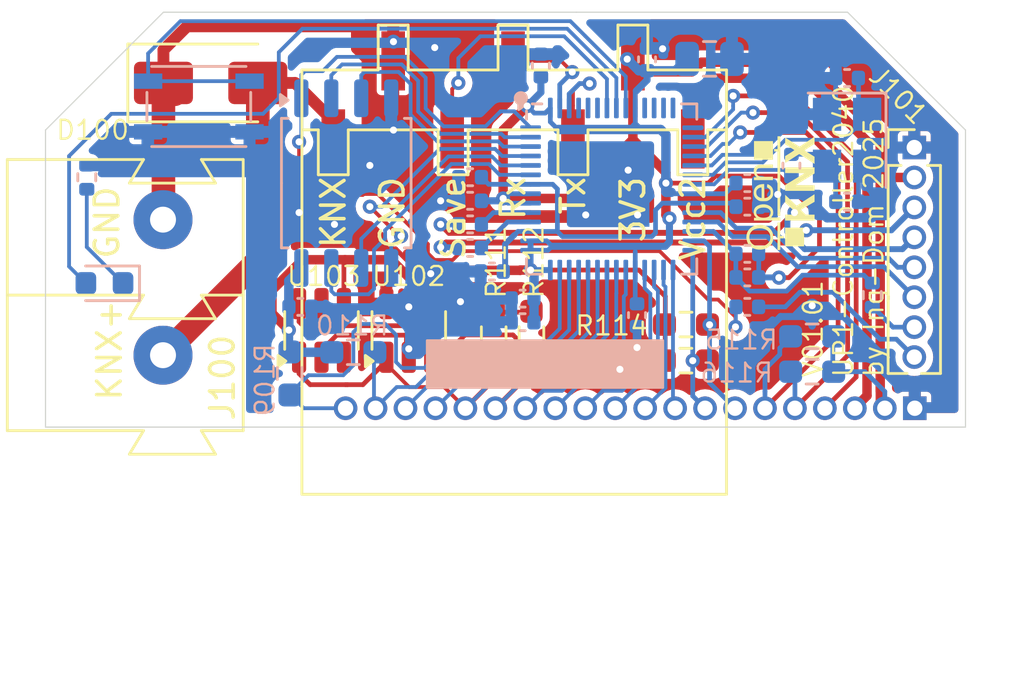
<source format=kicad_pcb>
(kicad_pcb (version 20240108) (generator "pcbnew") (generator_version "8.0")
  (title_block (date "2025-01-27") (rev "V01.01"))
  (layers (0 "F.Cu" signal) (31 "B.Cu" signal) (34 "B.Paste" user) (35 "F.Paste" user) (36 "B.SilkS" user "B.Silkscreen") (37 "F.SilkS" user "F.Silkscreen") (38 "B.Mask" user) (39 "F.Mask" user) (44 "Edge.Cuts" user))
  (net 0 "")
  (net 1 "GND")
  (net 2 "+3.3V")
  (net 3 "KNX+")
  (net 4 "D+")
  (net 5 "D-")
  (net 6 "SWCLK")
  (net 7 "SWDIO")
  (net 8 "/Controller/XIN")
  (net 9 "RUN")
  (net 10 "+1V1")
  (net 11 "/Controller/QSPI_SS")
  (net 12 "BOOTSEL")
  (net 13 "/Controller/XOUT")
  (net 14 "/Controller/QSPI_SD3")
  (net 15 "/Controller/QSPI_SCLK")
  (net 16 "/Controller/QSPI_SD0")
  (net 17 "/Controller/QSPI_SD2")
  (net 18 "/Controller/QSPI_SD1")
  (net 19 "/Controller/GPIO11")
  (net 20 "/Controller/GPIO10")
  (net 21 "/Controller/GPIO9")
  (net 22 "/Controller/GPIO8")
  (net 23 "/Controller/GPIO4")
  (net 24 "/Controller/GPIO3")
  (net 25 "/Controller/GPIO2")
  (net 26 "KNX_Tx")
  (net 27 "KNX_Rx")
  (net 28 "KNX_SAVE")
  (net 29 "PROGLED")
  (net 30 "PROGBTN")
  (net 31 "GPIO20")
  (net 32 "GPIO19")
  (net 33 "GPIO18")
  (net 34 "GPIO25")
  (net 35 "GPIO24")
  (net 36 "GPIO23")
  (net 37 "GPIO22")
  (net 38 "GPIO21")
  (net 39 "GPIO17")
  (net 40 "GPIO16")
  (net 41 "GPIO15")
  (net 42 "GPIO29")
  (net 43 "GPIO28")
  (net 44 "GPIO27")
  (net 45 "GPIO26")
  (net 46 "GPIO14")
  (net 47 "GPIO13")
  (net 48 "GPIO12")
  (net 49 "Net-(C101-Pad1)")
  (net 50 "Net-(U100-RUN)")
  (net 51 "Net-(D101-K)")
  (net 52 "Net-(U100-USB_DP)")
  (net 53 "VCC2")
  (net 54 "Net-(U100-USB_DM)")
  (footprint "OpenKNX:KNX_Connector" (layer "F.Cu") (at 95.38138 113)
    (property "Reference" "J100")
    (property "Value" "KNX_Conn")
  )
  (footprint "Connector_PinHeader_1.27mm:PinHeader_1x08_P1.27mm_Vertical" (layer "F.Cu") (at 126.83 106.74)
    (property "Reference" "J101")
    (property "Value" "Conn_01x08")
  )
  (footprint "OpenKNX:OpenKNX_UP1-PCBConnector_1x20_Controller" (layer "F.Cu") (at 126.85 117.8 -90)
    (property "Reference" "J102")
    (property "Value" "OpenKNX UP1 Connector")
  )
  (footprint "Diode_SMD:D_SMA" (layer "F.Cu") (at 97 104)
    (property "Reference" "D100")
    (property "Value" "SMAJ40CA")
  )
  (footprint "OpenKNX:NanoBCU_PinHeader_SMD_low_profile" (layer "F.Cu") (at 102.2 104.72 90)
    (property "Reference" "GN100")
    (property "Value" "OpenKNX NanoBCU")
  )
  (footprint "Resistor_SMD:R_0603_1608Metric_Pad0.98x0.95mm_HandSolder" (layer "F.Cu") (at 117.145 115.78 180)
    (property "Reference" "R113")
    (property "Value" "R")
  )
  (footprint "Resistor_SMD:R_0603_1608Metric_Pad0.98x0.95mm_HandSolder" (layer "F.Cu") (at 117.15 114.25 180)
    (property "Reference" "R114")
    (property "Value" "R")
  )
  (footprint "Package_TO_SOT_SMD:SOT-23-6" (layer "F.Cu") (at 101.7 114.5 90)
    (property "Reference" "U103")
    (property "Value" "TMP100")
  )
  (footprint "Package_TO_SOT_SMD:SOT-23-5" (layer "F.Cu") (at 105.4 114.5 90)
    (property "Reference" "U102")
    (property "Value" "AT24CS08-STUM")
  )
  (footprint "Resistor_SMD:R_0603_1608Metric_Pad0.98x0.95mm_HandSolder" (layer "F.Cu") (at 109 114.6 90)
    (property "Reference" "R111")
    (property "Value" "R")
  )
  (footprint "Resistor_SMD:R_0603_1608Metric_Pad0.98x0.95mm_HandSolder" (layer "F.Cu") (at 110.6 114.6 90)
    (property "Reference" "R112")
    (property "Value" "R")
  )
  (footprint "OpenKNX:OpenKNX_Logo_6x6" (layer "F.Cu") (at 121.15 108.675 90)
    (property "Reference" "G***")
    (property "Value" "LOGO" (hide yes))
  )
  (footprint "Resistor_SMD:R_0603_1608Metric_Pad0.98x0.95mm_HandSolder" (layer "B.Cu") (at 122.5 116.25)
    (property "Reference" "R116")
    (property "Value" "R")
  )
  (footprint "Capacitor_SMD:C_0402_1005Metric" (layer "B.Cu") (at 100.8 113.5)
    (property "Reference" "C103")
    (property "Value" "100n")
  )
  (footprint "Capacitor_SMD:C_0402_1005Metric" (layer "B.Cu") (at 123.98 103.79 180)
    (property "Reference" "C102")
    (property "Value" "33p")
  )
  (footprint "Capacitor_SMD:C_0402_1005Metric" (layer "B.Cu") (at 123.98 109.04)
    (property "Reference" "C101")
    (property "Value" "33p")
  )
  (footprint "Capacitor_SMD:C_0402_1005Metric" (layer "B.Cu") (at 119.75 111.25 180)
    (property "Reference" "C105")
    (property "Value" "220pF")
  )
  (footprint "Capacitor_SMD:C_0805_2012Metric" (layer "B.Cu") (at 118.15 102.98)
    (property "Reference" "C109")
    (property "Value" "10u")
  )
  (footprint "Capacitor_SMD:C_0402_1005Metric" (layer "B.Cu") (at 108 108 180)
    (property "Reference" "C132")
    (property "Value" "100n")
  )
  (footprint "Capacitor_SMD:C_0402_1005Metric" (layer "B.Cu") (at 108 109 180)
    (property "Reference" "C110")
    (property "Value" "100n")
  )
  (footprint "Capacitor_SMD:C_0402_1005Metric" (layer "B.Cu") (at 115.075 113.85 -90)
    (property "Reference" "C112")
    (property "Value" "100n")
  )
  (footprint "Capacitor_SMD:C_0402_1005Metric" (layer "B.Cu") (at 119.75 108.25)
    (property "Reference" "C113")
    (property "Value" "100n")
  )
  (footprint "Capacitor_SMD:C_0402_1005Metric" (layer "B.Cu") (at 115.5 103 90)
    (property "Reference" "C114")
    (property "Value" "100n")
  )
  (footprint "Capacitor_SMD:C_0402_1005Metric" (layer "B.Cu") (at 111 103.26 90)
    (property "Reference" "C115")
    (property "Value" "100n")
  )
  (footprint "Resistor_SMD:R_0402_1005Metric" (layer "B.Cu") (at 91.75 108 90)
    (property "Reference" "R101")
    (property "Value" "1k")
  )
  (footprint "Capacitor_SMD:C_0402_1005Metric" (layer "B.Cu") (at 119.75 113.5)
    (property "Reference" "R103")
    (property "Value" "1k")
  )
  (footprint "Capacitor_SMD:C_0402_1005Metric" (layer "B.Cu") (at 121.62 107.51 90)
    (property "Reference" "R102")
    (property "Value" "1k")
  )
  (footprint "Capacitor_SMD:C_0402_1005Metric" (layer "B.Cu") (at 108 110)
    (property "Reference" "R107")
    (property "Value" "22")
  )
  (footprint "Capacitor_SMD:C_0402_1005Metric" (layer "B.Cu") (at 108 111)
    (property "Reference" "R108")
    (property "Value" "22")
  )
  (footprint "Capacitor_SMD:C_0402_1005Metric" (layer "B.Cu") (at 119.75 112.25)
    (property "Reference" "R105")
    (property "Value" "2k2")
  )
  (footprint "Package_DFN_QFN:QFN-56-1EP_7x7mm_P0.4mm_EP3.2x3.2mm" (layer "B.Cu") (at 114 108.5 -90)
    (property "Reference" "U100")
    (property "Value" "RP2040")
  )
  (footprint "Resistor_SMD:R_0603_1608Metric_Pad0.98x0.95mm_HandSolder" (layer "B.Cu") (at 122.5 114.75)
    (property "Reference" "R115")
    (property "Value" "R")
  )
  (footprint "Capacitor_SMD:C_0402_1005Metric" (layer "B.Cu") (at 119.75 109.25)
    (property "Reference" "C131")
    (property "Value" "100n")
  )
  (footprint "EasyEDAModLib:C455282_SW-SMD_4P-L4.2-W3.3-P2.15-LS5.1" (layer "B.Cu") (at 96.5 105)
    (property "Reference" "SW100")
    (property "Value" "Prog")
  )
  (footprint "Package_SO:SOIC-8_5.275x5.275mm_P1.27mm" (layer "B.Cu") (at 102.75 108.25 -90)
    (property "Reference" "U101")
    (property "Value" "W25Q128JVS")
  )
  (footprint "Crystal:Crystal_SMD_3225-4Pin_3.2x2.5mm" (layer "B.Cu") (at 123.98 106.43 -90)
    (property "Reference" "Y100")
    (property "Value" "12MHz")
  )
  (footprint "Capacitor_SMD:C_0402_1005Metric" (layer "B.Cu") (at 108.925 112 180)
    (property "Reference" "C130")
    (property "Value" "1u")
  )
  (footprint "LED_SMD:LED_0603_1608Metric" (layer "B.Cu") (at 92.5 112.5 180)
    (property "Reference" "D101")
    (property "Value" "LED")
  )
  (footprint "Capacitor_SMD:C_0402_1005Metric" (layer "B.Cu") (at 110.225 113.15 180)
    (property "Reference" "C120")
    (property "Value" "1u")
  )
  (footprint "Capacitor_SMD:C_0402_1005Metric" (layer "B.Cu") (at 110.225 114.15 180)
    (property "Reference" "C111")
    (property "Value" "100n")
  )
  (footprint "Resistor_SMD:R_0402_1005Metric" (layer "B.Cu") (at 125.05 113 -90)
    (property "Reference" "R106")
    (property "Value" "220")
  )
  (footprint "Resistor_SMD:R_0603_1608Metric_Pad0.98x0.95mm_HandSolder" (layer "B.Cu") (at 103.05 115.425 180)
    (property "Reference" "R110")
    (property "Value" "R")
  )
  (footprint "Resistor_SMD:R_0603_1608Metric_Pad0.98x0.95mm_HandSolder" (layer "B.Cu") (at 100.35 116.325 90)
    (property "Reference" "R109")
    (property "Value" "R")
  )
  (gr_circle (center 110.15 104.65) (end 110.3 104.65) (stroke (width 0.3)) (fill none) (layer "B.SilkS"))
  (gr_rect (start 106.175 114.925) (end 116.175 116.925) (stroke (width 0.1)) (fill solid) (layer "B.SilkS"))
  (gr_line (start 90 118.6) (end 90 106) (stroke (width 0.05)) (layer "Edge.Cuts"))
  (gr_line (start 112.5 101) (end 124 101) (stroke (width 0.05)) (layer "Edge.Cuts"))
  (gr_line (start 129 118.6) (end 90 118.6) (stroke (width 0.05)) (layer "Edge.Cuts"))
  (gr_line (start 95 101) (end 112.5 101) (stroke (width 0.05)) (layer "Edge.Cuts"))
  (gr_line (start 95 101) (end 90 106) (stroke (width 0.05)) (layer "Edge.Cuts"))
  (gr_line (start 129 106) (end 129 118.6) (stroke (width 0.05)) (layer "Edge.Cuts"))
  (gr_line (start 124 101) (end 129 106) (stroke (width 0.05)) (layer "Edge.Cuts"))
  (gr_text "V01.01\nUP1-Controller2040\nby Ing-Dom 2025" (at 123.825 116.55 90) (layer "F.SilkS") (effects (font (size 0.8 0.8) (thickness 0.1)) (justify left)))
  (segment (start 104.845542 111.03999) (end 105.102776 111.297224) (width 0.2) (layer "F.Cu") (net 1))
  (segment (start 102.345172 114.7) (end 105.3 114.7) (width 0.2) (layer "F.Cu") (net 1))
  (segment (start 105.955736 112.03) (end 106.38 112.03) (width 0.2) (layer "F.Cu") (net 1))
  (segment (start 95.48138 104.48138) (end 95 104) (width 1) (layer "F.Cu") (net 1))
  (segment (start 105.4 115.6) (end 105.4 115.28) (width 0.2) (layer "F.Cu") (net 1))
  (segment (start 105.3 114.7) (end 105.3 115.18) (width 0.2) (layer "F.Cu") (net 1))
  (segment (start 103.2 101.6) (end 103.2 102.525) (width 0.5) (layer "F.Cu") (net 1))
  (segment (start 95 104) (end 95 109.78138) (width 1) (layer "F.Cu") (net 1))
  (segment (start 105.835552 112.03) (end 105.955736 112.03) (width 0.2) (layer "F.Cu") (net 1))
  (segment (start 106.33 112.09) (end 106.030001 111.790001) (width 0.2) (layer "F.Cu") (net 1))
  (segment (start 102.25 110) (end 103.28999 111.03999) (width 0.2) (layer "F.Cu") (net 1))
  (segment (start 105.102776 111.297224) (end 105.835552 112.03) (width 0.2) (layer "F.Cu") (net 1))
  (segment (start 95 104) (end 95 102.6) (width 0.5) (layer "F.Cu") (net 1))
  (segment (start 96 101.6) (end 103.2 101.6) (width 0.5) (layer "F.Cu") (net 1))
  (segment (start 95 102.6) (end 96 101.6) (width 0.5) (layer "F.Cu") (net 1))
  (segment (start 103.2 102.525) (end 103.74 103.065) (width 0.5) (layer "F.Cu") (net 1))
  (segment (start 103.74 103.065) (end 104.74 103.065) (width 0.5) (layer "F.Cu") (net 1))
  (segment (start 95 109.78138) (end 94.98138 109.8) (width 1) (layer "F.Cu") (net 1))
  (segment (start 106.030001 111.790001) (end 105.595553 111.790001) (width 0.2) (layer "F.Cu") (net 1))
  (segment (start 103.28999 111.03999) (end 104.845542 111.03999) (width 0.2) (layer "F.Cu") (net 1))
  (segment (start 105.3 115.18) (end 105.4 115.28) (width 0.2) (layer "F.Cu") (net 1))
  (segment (start 105.595553 111.790001) (end 105.102776 111.297224) (width 0.2) (layer "F.Cu") (net 1))
  (segment (start 101.7 115.345172) (end 102.345172 114.7) (width 0.2) (layer "F.Cu") (net 1))
  (segment (start 101.7 115.6375) (end 101.7 115.345172) (width 0.2) (layer "F.Cu") (net 1))
  (via (at 106.5 102.5) (size 0.6) (drill 0.3) (layers "F.Cu" "B.Cu") (net 1))
  (via (at 105.4 113.5) (size 0.6) (drill 0.3) (layers "F.Cu" "B.Cu") (net 1))
  (via (at 104.75 102.25) (size 0.6) (drill 0.3) (layers "F.Cu" "B.Cu") (net 1))
  (via (at 114.35 116.15) (size 0.6) (drill 0.3) (layers "F.Cu" "B.Cu") (net 1))
  (via (at 115.1 109.6) (size 0.5) (drill 0.3) (layers "F.Cu" "B.Cu") (net 1))
  (via (at 106.33 112.09) (size 0.6) (drill 0.3) (layers "F.Cu" "B.Cu") (net 1))
  (via (at 104.75 106) (size 0.6) (drill 0.3) (layers "F.Cu" "B.Cu") (net 1))
  (via (at 112.9 109.6) (size 0.5) (drill 0.3) (layers "F.Cu" "B.Cu") (net 1))
  (via (at 121.04 108.73) (size 0.6) (drill 0.3) (layers "F.Cu" "B.Cu") (net 1))
  (via (at 115.075 115.225) (size 0.6) (drill 0.3) (layers "F.Cu" "B.Cu") (net 1))
  (via (at 106.75 109) (size 0.6) (drill 0.3) (layers "F.Cu" "B.Cu") (net 1))
  (via (at 114.7 107.7) (size 0.5) (drill 0.3) (layers "F.Cu" "B.Cu") (net 1))
  (via (at 103.75 107.5) (size 0.6) (drill 0.3) (layers "F.Cu" "B.Cu") (net 1))
  (via (at 102.25 110) (size 0.6) (drill 0.3) (layers "F.Cu" "B.Cu") (net 1))
  (via (at 105.4 115.28) (size 0.6) (drill 0.3) (layers "F.Cu" "B.Cu") (net 1))
  (via (at 122.5 113.45) (size 0.6) (drill 0.3) (layers "F.Cu" "B.Cu") (net 1))
  (via (at 116.16 102.55) (size 0.6) (drill 0.3) (layers "F.Cu" "B.Cu") (net 1))
  (via (at 107.59 113.28) (size 0.6) (drill 0.3) (layers "F.Cu" "B.Cu") (net 1))
  (via (at 100.75 109.5) (size 0.6) (drill 0.3) (layers "F.Cu" "B.Cu") (net 1))
  (segment (start 117.4375 107.5) (end 118.241854 107.5) (width 0.16) (layer "B.Cu") (net 1))
  (segment (start 91.75 107.515) (end 93.395 107.515) (width 0.16) (layer "B.Cu") (net 1))
  (segment (start 124.83 107.53) (end 125.81 107.53) (width 0.4) (layer "B.Cu") (net 1))
  (segment (start 123.495 103.79) (end 123.495 104.965) (width 0.2) (layer "B.Cu") (net 1))
  (segment (start 120.56 108.25) (end 121.04 108.73) (width 0.25) (layer "B.Cu") (net 1))
  (segment (start 93.395 107.515) (end 94.15 106.76) (width 0.16) (layer "B.Cu") (net 1))
  (segment (start 125.04 102.98) (end 119.1 102.98) (width 0.4) (layer "B.Cu") (net 1))
  (segment (start 123.495 103.79) (end 122.36 103.79) (width 0.2) (layer "B.Cu") (net 1))
  (segment (start 122.14727 108.73) (end 123.13728 109.72001) (width 0.4) (layer "B.Cu") (net 1))
  (segment (start 119.0875 101.6725) (end 118.975 101.56) (width 0.4) (layer "B.Cu") (net 1))
  (segment (start 125.91 106.74) (end 126.83 106.74) (width 0.4) (layer "B.Cu") (net 1))
  (segment (start 126.85 116.925702) (end 126.85 117) (width 0.3) (layer "B.Cu") (net 1))
  (segment (start 94.15 106.075) (end 95.11 106.075) (width 0.16) (layer "B.Cu") (net 1))
  (segment (start 120.235 109.25) (end 120.52 109.25) (width 0.25) (layer "B.Cu") (net 1))
  (segment (start 118.241854 107.5) (end 118.691884 107.04997) (width 0.16) (layer "B.Cu") (net 1))
  (segment (start 119.799999 115.700001) (end 119.799999 115.275703) (width 0.3) (layer "B.Cu") (net 1))
  (segment (start 124.465 109.04) (end 124.86 109.04) (width 0.4) (layer "B.Cu") (net 1))
  (segment (start 126.83 104.77) (end 125.83 103.77) (width 0.4) (layer "B.Cu") (net 1))
  (segment (start 115.5 101.57) (end 115.5 102.515) (width 0.4) (layer "B.Cu") (net 1))
  (segment (start 122.16 105.33) (end 123.13 105.33) (width 0.2) (layer "B.Cu") (net 1))
  (segment (start 125.83 103.77) (end 125.46 103.4) (width 0.4) (layer "B.Cu") (net 1))
  (segment (start 124.465 109.04) (end 124.465 107.895) (width 0.2) (layer "B.Cu") (net 1))
  (segment (start 124.465 107.895) (end 124.83 107.53) (width 0.2) (layer "B.Cu") (net 1))
  (segment (start 123.834308 113.91001) (end 126.85 116.925702) (width 0.3) (layer "B.Cu") (net 1))
  (segment (start 119.5 116) (end 119.799999 115.700001) (width 0.3) (layer "B.Cu") (net 1))
  (segment (start 94.15 106.76) (end 94.15 106.075) (width 0.16) (layer "B.Cu") (net 1))
  (segment (start 95.11 106.075) (end 98.85 106.075) (width 0.16) (layer "B.Cu") (net 1))
  (segment (start 119.799999 115.275703) (end 121.165692 113.91001) (width 0.3) (layer "B.Cu") (net 1))
  (segment (start 122.14001 106.08999) (end 122.16 106.07) (width 0.16) (layer "B.Cu") (net 1))
  (segment (start 125.02999 109.72001) (end 125.65 109.1) (width 0.4) (layer "B.Cu") (net 1))
  (segment (start 118.691884 107.04997) (end 120.274446 107.04997) (width 0.16) (layer "B.Cu") (net 1))
  (segment (start 125.81 107.53) (end 125.81 106.84) (width 0.4) (layer "B.Cu") (net 1))
  (segment (start 106.75 109) (end 107.515 109) (width 0.4) (layer "B.Cu") (net 1))
  (segment (start 123.495 104.965) (end 123.13 105.33) (width 0.2) (layer "B.Cu") (net 1))
  (segment (start 120.274446 107.04997) (end 121.234426 106.08999) (width 0.16) (layer "B.Cu") (net 1))
  (segment (start 125.81 106.84) (end 125.91 106.74) (width 0.4) (layer "B.Cu") (net 1))
  (segment (start 107.515 109) (end 107.515 108) (width 0.4) (layer "B.Cu") (net 1))
  (segment (start 125.83 103.77) (end 125.04 102.98) (width 0.4) (layer "B.Cu") (net 1))
  (segment (start 123.13728 109.72001) (end 125.02999 109.72001) (width 0.4) (layer "B.Cu") (net 1))
  (segment (start 122.36 103.79) (end 122.2 103.95) (width 0.2) (layer "B.Cu") (net 1))
  (segment (start 120.235 109.25) (end 120.235 108.25) (width 0.2) (layer "B.Cu") (net 1))
  (segment (start 124.92 109.1) (end 125.65 109.1) (width 0.4) (layer "B.Cu") (net 1))
  (segment (start 122.16 106.07) (end 122.16 105.33) (width 0.16) (layer "B.Cu") (net 1))
  (segment (start 120.52 109.25) (end 121.04 108.73) (width 0.25) (layer "B.Cu") (net 1))
  (segment (start 121.165692 113.91001) (end 123.834308 113.91001) (width 0.3) (layer "B.Cu") (net 1))
  (segment (start 126.83 106.74) (end 126.83 104.77) (width 0.4) (layer "B.Cu") (net 1))
  (segment (start 115.51 101.56) (end 115.5 101.57) (width 0.4) (layer "B.Cu") (net 1))
  (segment (start 126.85 117) (end 126.85 117.8) (width 0.3) (layer "B.Cu") (net 1))
  (segment (start 124.86 109.04) (end 124.92 109.1) (width 0.4) (layer "B.Cu") (net 1))
  (segment (start 120.235 108.25) (end 120.56 108.25) (width 0.25) (layer "B.Cu") (net 1))
  (segment (start 121.234426 106.08999) (end 122.14001 106.08999) (width 0.16) (layer "B.Cu") (net 1))
  (segment (start 121.04 108.73) (end 122.14727 108.73) (width 0.4) (layer "B.Cu") (net 1))
  (segment (start 118.975 101.56) (end 115.51 101.56) (width 0.4) (layer "B.Cu") (net 1))
  (segment (start 119.0875 102.98) (end 119.0875 101.6725) (width 0.4) (layer "B.Cu") (net 1))
  (segment (start 115.075 114.335) (end 115.075 115.225) (width 0.3) (layer "B.Cu") (net 1))
  (segment (start 110.42 104.98) (end 110.42 104.98) (width 0.4) (layer "F.Cu") (net 2))
  (segment (start 116.3 108.25) (end 116.3 107.8) (width 0.4) (layer "F.Cu") (net 2))
  (segment (start 122.271973 103.12) (end 117.81 103.12) (width 0.4) (layer "F.Cu") (net 2))
  (segment (start 114.9 103.065) (end 114.9 106.4) (width 0.4) (layer "F.Cu") (net 2))
  (segment (start 106.35 113.4) (end 106.35 113.25) (width 0.4) (layer "F.Cu") (net 2))
  (segment (start 110.138236 111.9375) (end 110.125725 111.950011) (width 0.4) (layer "F.Cu") (net 2))
  (segment (start 104.655 111.5) (end 102.7 111.5) (width 0.4) (layer "F.Cu") (net 2))
  (segment (start 125.39 117.65) (end 125.55 117.81) (width 0.4) (layer "F.Cu") (net 2))
  (segment (start 102.7 111.5) (end 100.9 111.5) (width 0.4) (layer "F.Cu") (net 2))
  (segment (start 110.5625 111.9375) (end 115.1575 111.9375) (width 0.2) (layer "F.Cu") (net 2))
  (segment (start 102.65 111.55) (end 102.7 111.5) (width 0.2) (layer "F.Cu") (net 2))
  (segment (start 107.649989 111.950011) (end 108.149989 111.950011) (width 0.4) (layer "F.Cu") (net 2))
  (segment (start 118.100001 108.25) (end 116.3 108.25) (width 0.2) (layer "F.Cu") (net 2))
  (segment (start 106.969072 114.224072) (end 108.500928 114.224072) (width 0.3) (layer "F.Cu") (net 2))
  (segment (start 100.9 111.5) (end 99.6 112.8) (width 0.4) (layer "F.Cu") (net 2))
  (segment (start 125.385 106.233027) (end 122.271973 103.12) (width 0.4) (layer "F.Cu") (net 2))
  (segment (start 116.3 108.25) (end 116.3 109.6) (width 0.4) (layer "F.Cu") (net 2))
  (segment (start 118.4 107.950001) (end 118.100001 108.25) (width 0.2) (layer "F.Cu") (net 2))
  (segment (start 99.6 112.8) (end 99.6 113.77) (width 0.4) (layer "F.Cu") (net 2))
  (segment (start 117.81 103.12) (end 117.4 103.53) (width 0.4) (layer "F.Cu") (net 2))
  (segment (start 108.500928 114.224072) (end 109 113.725) (width 0.3) (layer "F.Cu") (net 2))
  (segment (start 106.35 113.25) (end 107.649989 111.950011) (width 0.4) (layer "F.Cu") (net 2))
  (segment (start 116.27 114.255) (end 116.275 114.25) (width 0.2) (layer "F.Cu") (net 2))
  (segment (start 125.49 108.01) (end 125.385 108.115) (width 0.4) (layer "F.Cu") (net 2))
  (segment (start 116.3 109.6) (end 116.45 109.75) (width 0.4) (layer "F.Cu") (net 2))
  (segment (start 106.35 113.605) (end 106.969072 114.224072) (width 0.3) (layer "F.Cu") (net 2))
  (segment (start 116.27 115.78) (end 116.27 114.255) (width 0.2) (layer "F.Cu") (net 2))
  (segment (start 110.125725 111.950011) (end 108.149989 111.950011) (width 0.4) (layer "F.Cu") (net 2))
  (segment (start 106.35 113.4) (end 106.35 113.195) (width 0.4) (layer "F.Cu") (net 2))
  (segment (start 102.65 113.4) (end 102.65 111.55) (width 0.2) (layer "F.Cu") (net 2))
  (segment (start 106.35 113.4) (end 106.35 113.605) (width 0.3) (layer "F.Cu") (net 2))
  (segment (start 109.4 106) (end 110.42 104.98) (width 0.4) (layer "F.Cu") (net 2))
  (segment (start 125.385 108.115) (end 125.385 106.233027) (width 0.4) (layer "F.Cu") (net 2))
  (segment (start 115.1575 111.9375) (end 116.275 113.055) (width 0.2) (layer "F.Cu") (net 2))
  (segment (start 125.385 108.115) (end 125.385 117.045) (width 0.4) (layer "F.Cu") (net 2))
  (segment (start 109 113.725) (end 110.6 113.725) (width 0.2) (layer "F.Cu") (net 2))
  (segment (start 122.810001 109.671199) (end 121.088803 107.950001) (width 0.2) (layer "F.Cu") (net 2))
  (segment (start 112.4 108.9) (end 109.4 108.9) (width 0.4) (layer "F.Cu") (net 2))
  (segment (start 110.5625 111.9375) (end 110.138236 111.9375) (width 0.4) (layer "F.Cu") (net 2))
  (segment (start 121.514264 112.26) (end 122.810001 110.964263) (width 0.2) (layer "F.Cu") (net 2))
  (segment (start 116.275 113.055) (end 116.275 114.25) (width 0.2) (layer "F.Cu") (net 2))
  (segment (start 121.088803 107.950001) (end 118.4 107.950001) (width 0.2) (layer "F.Cu") (net 2))
  (segment (start 126.83 108.01) (end 125.49 108.01) (width 0.4) (layer "F.Cu") (net 2))
  (segment (start 114.9 106.4) (end 112.4 108.9) (width 0.4) (layer "F.Cu") (net 2))
  (segment (start 122.810001 110.964263) (end 122.810001 109.671199) (width 0.2) (layer "F.Cu") (net 2))
  (segment (start 106.35 113.195) (end 104.655 111.5) (width 0.4) (layer "F.Cu") (net 2))
  (segment (start 99.6 113.77) (end 100.315 114.485) (width 0.4) (layer "F.Cu") (net 2))
  (segment (start 109.4 108.9) (end 109.4 106) (width 0.4) (layer "F.Cu") (net 2))
  (segment (start 125.39 117.05) (end 125.39 117.65) (width 0.4) (layer "F.Cu") (net 2))
  (segment (start 116.3 107.8) (end 114.9 106.4) (width 0.4) (layer "F.Cu") (net 2))
  (segment (start 115.2 103.53) (end 114.66 102.99) (width 0.4) (layer "F.Cu") (net 2))
  (segment (start 125.385 117.045) (end 125.39 117.05) (width 0.4) (layer "F.Cu") (net 2))
  (segment (start 121.09 112.26) (end 121.514264 112.26) (width 0.2) (layer "F.Cu") (net 2))
  (segment (start 117.4 103.53) (end 115.2 103.53) (width 0.4) (layer "F.Cu") (net 2))
  (via (at 100.315 114.485) (size 0.6) (drill 0.3) (layers "F.Cu" "B.Cu") (net 2))
  (via (at 116.45 109.75) (size 0.6) (drill 0.3) (layers "F.Cu" "B.Cu") (net 2))
  (via (at 114.66 102.99) (size 0.6) (drill 0.3) (layers "F.Cu" "B.Cu") (net 2))
  (via (at 116.3 108.25) (size 0.6) (drill 0.3) (layers "F.Cu" "B.Cu") (net 2))
  (via (at 110.42 104.98) (size 0.6) (drill 0.3) (layers "F.Cu" "B.Cu") (net 2))
  (via (at 110.5625 111.9375) (size 0.6) (drill 0.3) (layers "F.Cu" "B.Cu") (net 2))
  (via (at 121.09 112.26) (size 0.6) (drill 0.3) (layers "F.Cu" "B.Cu") (net 2))
  (via (at 109.4 108.9) (size 0.6) (drill 0.3) (layers "F.Cu" "B.Cu") (net 2))
  (segment (start 110.5625 111.9375) (end 111.2875 111.9375) (width 0.25) (layer "B.Cu") (net 2))
  (segment (start 120.235 112.25) (end 120.235 112.25) (width 0.2) (layer "B.Cu") (net 2))
  (segment (start 116.3 108.25) (end 116.3 108.25) (width 0.4) (layer "B.Cu") (net 2))
  (segment (start 116.3 108.25) (end 116.3 108.475) (width 0.4) (layer "B.Cu") (net 2))
  (segment (start 100.315 114.485) (end 100.3 114.5) (width 0.4) (layer "B.Cu") (net 2))
  (segment (start 111.3 111.1) (end 110.5625 111.1) (width 0.2) (layer "B.Cu") (net 2))
  (segment (start 110.42 104.98) (end 110.719999 105.279999) (width 0.2) (layer "B.Cu") (net 2))
  (segment (start 100.315 113.5) (end 100.315 114.485) (width 0.4) (layer "B.Cu") (net 2))
  (segment (start 124 116.25) (end 123.375 116.25) (width 0.2) (layer "B.Cu") (net 2))
  (segment (start 115.045 104.335) (end 115 104.38) (width 0.16) (layer "B.Cu") (net 2))
  (segment (start 115 105.0625) (end 115 104.38) (width 0.2) (layer "B.Cu") (net 2))
  (segment (start 100.315 114.485) (end 100.315 114.485) (width 0.4) (layer "B.Cu") (net 2))
  (segment (start 111.4 105.0625) (end 111.4 105.65) (width 0.2) (layer "B.Cu") (net 2))
  (segment (start 121.08 112.25) (end 121.09 112.26) (width 0.25) (layer "B.Cu") (net 2))
  (segment (start 117.4375 108.7) (end 118.815 108.7) (width 0.2) (layer "B.Cu") (net 2))
  (segment (start 100.3 115.4) (end 100.35 115.45) (width 0.4) (layer "B.Cu") (net 2))
  (segment (start 115.125 105.975) (end 111.725 105.975) (width 0.4) (layer "B.Cu") (net 2))
  (segment (start 115 111.15) (end 115 111.9375) (width 0.2) (layer "B.Cu") (net 2))
  (segment (start 115.5 103.88) (end 115.045 104.335) (width 0.3) (layer "B.Cu") (net 2))
  (segment (start 116.31499 108.63999) (end 116.525 108.63999) (width 0.4) (layer "B.Cu") (net 2))
  (segment (start 115.5 103.485) (end 115.5 103.88) (width 0.3) (layer "B.Cu") (net 2))
  (segment (start 111.47071 110.92929) (end 111.3 111.1) (width 0.2) (layer "B.Cu") (net 2))
  (segment (start 110.5625 110.8225) (end 110.5625 110.7) (width 0.16) (layer "B.Cu") (net 2))
  (segment (start 116.3 108.625) (end 116.31499 108.63999) (width 0.4) (layer "B.Cu") (net 2))
  (segment (start 116.525 108.7) (end 117.4375 108.7) (width 0.2) (layer "B.Cu") (net 2))
  (segment (start 115 111.9375) (end 115 113.29) (width 0.2) (layer "B.Cu") (net 2))
  (segment (start 109.6 108.7) (end 109.4 108.9) (width 0.2) (layer "B.Cu") (net 2))
  (segment (start 116.3 106.2) (end 116.3 108.25) (width 0.4) (layer "B.Cu") (net 2))
  (segment (start 100.3 114.5) (end 100.3 115.4) (width 0.4) (layer "B.Cu") (net 2))
  (segment (start 111 104.4) (end 110.42 104.98) (width 0.3) (layer "B.Cu") (net 2))
  (segment (start 110.71 114.15) (end 110.71 112.085) (width 0.4) (layer "B.Cu") (net 2))
  (segment (start 109.3 109) (end 109.4 108.9) (width 0.3) (layer "B.Cu") (net 2))
  (segment (start 118.815 108.7) (end 119.265 108.25) (width 0.2) (layer "B.Cu") (net 2))
  (segment (start 110.5625 108.7) (end 109.6 108.7) (width 0.2) (layer "B.Cu") (net 2))
  (segment (start 110.5625 110.7) (end 111.25 110.7) (width 0.2) (layer "B.Cu") (net 2))
  (segment (start 120.235 111.25) (end 120.235 112.25) (width 0.2) (layer "B.Cu") (net 2))
  (segment (start 110.5625 111.1) (end 110.5625 111.9375) (width 0.25) (layer "B.Cu") (net 2))
  (segment (start 116.075 105.975) (end 116.3 106.2) (width 0.4) (layer "B.Cu") (net 2))
  (segment (start 108.485 109) (end 109.3 109) (width 0.3) (layer "B.Cu") (net 2))
  (segment (start 115.5 103.485) (end 115.365 103.485) (width 0.2) (layer "B.Cu") (net 2))
  (segment (start 116.45 109.75) (end 116.45 110.75) (width 0.3) (layer "B.Cu") (net 2))
  (segment (start 115.125 105.975) (end 116.075 105.975) (width 0.4) (layer "B.Cu") (net 2))
  (segment (start 115 105.0625) (end 115 105.85) (width 0.2) (layer "B.Cu") (net 2))
  (segment (start 100.315 112.3925) (end 100.845 111.8625) (width 0.4) (layer "B.Cu") (net 2))
  (segment (start 115.155 103.485) (end 115.5 103.485) (width 0.4) (layer "B.Cu") (net 2))
  (segment (start 110.719999 105.279999) (end 111.182501 105.279999) (width 0.2) (layer "B.Cu") (net 2))
  (segment (start 111.2125 105.25) (end 111.4 105.0625) (width 0.2) (layer "B.Cu") (net 2))
  (segment (start 102.175 115.425) (end 100.375 115.425) (width 0.4) (layer "B.Cu") (net 2))
  (segment (start 116.3 108.475) (end 116.3 108.625) (width 0.4) (layer "B.Cu") (net 2))
  (segment (start 110.71 112.085) (end 110.5625 111.9375) (width 0.4) (layer "B.Cu") (net 2))
  (segment (start 116.27071 110.92929) (end 111.47929 110.92929) (width 0.3) (layer "B.Cu") (net 2))
  (segment (start 109.6 109.1) (end 109.4 108.9) (width 0.2) (layer "B.Cu") (net 2))
  (segment (start 111.4 105.65) (end 111.725 105.975) (width 0.2) (layer "B.Cu") (net 2))
  (segment (start 125.58 117.092894) (end 124.737106 116.25) (width 0.2) (layer "B.Cu") (net 2))
  (segment (start 110.5625 109.1) (end 109.6 109.1) (width 0.2) (layer "B.Cu") (net 2))
  (segment (start 111.25 110.7) (end 111.47929 110.92929) (width 0.2) (layer "B.Cu") (net 2))
  (segment (start 115.5 103.485) (end 116.7075 103.485) (width 0.4) (layer "B.Cu") (net 2))
  (segment (start 115 113.29) (end 115.075 113.365) (width 0.2) (layer "B.Cu") (net 2))
  (segment (start 116.45 110.75) (end 116.27071 110.92929) (width 0.3) (layer "B.Cu") (net 2))
  (segment (start 115 105.85) (end 115.125 105.975) (width 0.4) (layer "B.Cu") (net 2))
  (segment (start 110.5625 111.1) (end 110.5625 110.8225) (width 0.25) (layer "B.Cu") (net 2))
  (segment (start 111 104.4) (end 111 103.745) (width 0.3) (layer "B.Cu") (net 2))
  (segment (start 123.375 116.25) (end 123.375 114.75) (width 0.2) (layer "B.Cu") (net 2))
  (segment (start 100.315 113.5) (end 100.315 112.3925) (width 0.4) (layer "B.Cu") (net 2))
  (segment (start 110.5625 111.9375) (end 110.5625 111.9375) (width 0.25) (layer "B.Cu") (net 2))
  (segment (start 111.2875 111.9375) (end 111.4 111.9375) (width 0.16) (layer "B.Cu") (net 2))
  (segment (start 120.235 112.25) (end 121.08 112.25) (width 0.25) (layer "B.Cu") (net 2))
  (segment (start 111.182501 105.279999) (end 111.2125 105.25) (width 0.2) (layer "B.Cu") (net 2))
  (segment (start 116.3 108.475) (end 116.525 108.7) (width 0.2) (layer "B.Cu") (net 2))
  (segment (start 111.47929 110.92929) (end 111.47071 110.92929) (width 0.2) (layer "B.Cu") (net 2))
  (segment (start 125.58 117.8) (end 125.58 117.092894) (width 0.2) (layer "B.Cu") (net 2))
  (segment (start 100.375 115.425) (end 100.35 115.45) (width 0.4) (layer "B.Cu") (net 2))
  (segment (start 114.66 102.99) (end 115.155 103.485) (width 0.4) (layer "B.Cu") (net 2))
  (segment (start 124.737106 116.25) (end 124 116.25) (width 0.2) (layer "B.Cu") (net 2))
  (segment (start 116.7075 103.485) (end 117.2125 102.98) (width 0.4) (layer "B.Cu") (net 2))
  (segment (start 100 104) (end 100.58 104) (width 0.5) (layer "F.Cu") (net 3))
  (segment (start 102.2 105.62) (end 102.2 106.375) (width 0.5) (layer "F.Cu") (net 3))
  (segment (start 100.58 104) (end 102.2 105.62) (width 0.5) (layer "F.Cu") (net 3))
  (segment (start 99 111.53138) (end 94.98138 115.55) (width 1) (layer "F.Cu") (net 3))
  (segment (start 99 104) (end 99 111.53138) (width 1) (layer "F.Cu") (net 3))
  (segment (start 121.75 109.5) (end 121.75 109.5) (width 0.25) (layer "F.Cu") (net 4))
  (segment (start 106.75 110) (end 107.110001 110.360001) (width 0.25) (layer "F.Cu") (net 4))
  (segment (start 107.110001 110.360001) (end 120.889999 110.360001) (width 0.25) (layer "F.Cu") (net 4))
  (segment (start 120.889999 110.360001) (end 121.75 109.5) (width 0.25) (layer "F.Cu") (net 4))
  (via (at 106.75 110) (size 0.6) (drill 0.3) (layers "F.Cu" "B.Cu") (net 4))
  (via (at 121.75 109.5) (size 0.6) (drill 0.3) (layers "F.Cu" "B.Cu") (net 4))
  (segment (start 121.75 109.5) (end 121.450001 109.799999) (width 0.25) (layer "B.Cu") (net 4))
  (segment (start 122.184197 111.049999) (end 126.330001 111.049999) (width 0.25) (layer "B.Cu") (net 4))
  (segment (start 126.330001 111.049999) (end 126.83 110.55) (width 0.25) (layer "B.Cu") (net 4))
  (segment (start 121.450001 109.799999) (end 121.450001 110.315803) (width 0.25) (layer "B.Cu") (net 4))
  (segment (start 106.75 110) (end 107.515 110) (width 0.25) (layer "B.Cu") (net 4))
  (segment (start 121.450001 110.315803) (end 122.184197 111.049999) (width 0.25) (layer "B.Cu") (net 4))
  (segment (start 122.25 110.25) (end 122.25 110.25) (width 0.25) (layer "F.Cu") (net 5))
  (segment (start 106.78 110.97) (end 106.979989 110.770011) (width 0.25) (layer "F.Cu") (net 5))
  (segment (start 106.75 110.97) (end 106.78 110.97) (width 0.25) (layer "F.Cu") (net 5))
  (segment (start 121.729989 110.770011) (end 122.25 110.25) (width 0.25) (layer "F.Cu") (net 5))
  (segment (start 106.979989 110.770011) (end 121.729989 110.770011) (width 0.25) (layer "F.Cu") (net 5))
  (via (at 106.75 110.97) (size 0.6) (drill 0.3) (layers "F.Cu" "B.Cu") (net 5))
  (via (at 122.25 110.25) (size 0.6) (drill 0.3) (layers "F.Cu" "B.Cu") (net 5))
  (segment (start 125.86 110.25) (end 126.83 109.28) (width 0.25) (layer "B.Cu") (net 5))
  (segment (start 122.25 110.25) (end 125.86 110.25) (width 0.25) (layer "B.Cu") (net 5))
  (segment (start 107.485 110.97) (end 107.515 111) (width 0.25) (layer "B.Cu") (net 5))
  (segment (start 106.75 110.97) (end 107.485 110.97) (width 0.25) (layer "B.Cu") (net 5))
  (segment (start 125.737903 111.435009) (end 126.122894 111.82) (width 0.2) (layer "B.Cu") (net 6))
  (segment (start 119.278692 110.16) (end 120.749712 110.16) (width 0.2) (layer "B.Cu") (net 6))
  (segment (start 122.024721 111.435009) (end 125.737903 111.435009) (width 0.2) (layer "B.Cu") (net 6))
  (segment (start 120.749712 110.16) (end 122.024721 111.435009) (width 0.2) (layer "B.Cu") (net 6))
  (segment (start 126.122894 111.82) (end 126.83 111.82) (width 0.2) (layer "B.Cu") (net 6))
  (segment (start 118.618692 109.5) (end 119.278692 110.16) (width 0.2) (layer "B.Cu") (net 6))
  (segment (start 117.4375 109.5) (end 118.618692 109.5) (width 0.2) (layer "B.Cu") (net 6))
  (segment (start 117.4375 109.9) (end 118.509562 109.9) (width 0.2) (layer "B.Cu") (net 7))
  (segment (start 119.129571 110.52001) (end 120.600592 110.52001) (width 0.2) (layer "B.Cu") (net 7))
  (segment (start 121.8756 111.795019) (end 125.535019 111.795019) (width 0.2) (layer "B.Cu") (net 7))
  (segment (start 118.509562 109.9) (end 119.129571 110.52001) (width 0.2) (layer "B.Cu") (net 7))
  (segment (start 120.600592 110.52001) (end 121.8756 111.795019) (width 0.2) (layer "B.Cu") (net 7))
  (segment (start 125.535019 111.795019) (end 126.83 113.09) (width 0.2) (layer "B.Cu") (net 7))
  (segment (start 118.294416 107.9) (end 118.824436 107.36998) (width 0.16) (layer "B.Cu") (net 8))
  (segment (start 121.366978 106.41) (end 123.85 106.41) (width 0.16) (layer "B.Cu") (net 8))
  (segment (start 118.824436 107.36998) (end 120.406998 107.36998) (width 0.16) (layer "B.Cu") (net 8))
  (segment (start 124.465 103.79) (end 124.465 104.965) (width 0.2) (layer "B.Cu") (net 8))
  (segment (start 124.465 104.965) (end 124.83 105.33) (width 0.2) (layer "B.Cu") (net 8))
  (segment (start 123.85 106.41) (end 124.83 105.43) (width 0.16) (layer "B.Cu") (net 8))
  (segment (start 117.4375 107.9) (end 118.294416 107.9) (width 0.16) (layer "B.Cu") (net 8))
  (segment (start 124.83 105.43) (end 124.83 105.33) (width 0.16) (layer "B.Cu") (net 8))
  (segment (start 120.406998 107.36998) (end 121.366978 106.41) (width 0.16) (layer "B.Cu") (net 8))
  (segment (start 125.05 113.485) (end 125.925 114.36) (width 0.2) (layer "B.Cu") (net 9))
  (segment (start 125.925 114.36) (end 126.83 114.36) (width 0.2) (layer "B.Cu") (net 9))
  (segment (start 109.485 112) (end 109.485 110.84) (width 0.25) (layer "B.Cu") (net 10))
  (segment (start 116.75 109.1) (end 116.4 109.1) (width 0.2) (layer "B.Cu") (net 10))
  (segment (start 117.4375 109.1) (end 119.115 109.1) (width 0.2) (layer "B.Cu") (net 10))
  (segment (start 111.91929 110.51929) (end 115.70071 110.51929) (width 0.2) (layer "B.Cu") (net 10))
  (segment (start 111.7 108.5) (end 111.7 110.3) (width 0.2) (layer "B.Cu") (net 10))
  (segment (start 115.70071 110.51929) (end 115.86001 110.35999) (width 0.2) (layer "B.Cu") (net 10))
  (segment (start 110.025 110.3) (end 109.8725 110.4525) (width 0.2) (layer "B.Cu") (net 10))
  (segment (start 115.86001 109.38999) (end 116.15 109.1) (width 0.2) (layer "B.Cu") (net 10))
  (segment (start 110.5625 110.3) (end 110.025 110.3) (width 0.2) (layer "B.Cu") (net 10))
  (segment (start 119.115 109.1) (end 119.265 109.25) (width 0.2) (layer "B.Cu") (net 10))
  (segment (start 108.785 108.3) (end 108.485 108) (width 0.2) (layer "B.Cu") (net 10))
  (segment (start 111.7 110.3) (end 111.91929 110.51929) (width 0.2) (layer "B.Cu") (net 10))
  (segment (start 110.5625 108.3) (end 111.5 108.3) (width 0.2) (layer "B.Cu") (net 10))
  (segment (start 110.5625 110.3) (end 111.7 110.3) (width 0.2) (layer "B.Cu") (net 10))
  (segment (start 116.271198 109.1) (end 116.4 109.1) (width 0.2) (layer "B.Cu") (net 10))
  (segment (start 111.5 108.3) (end 111.7 108.5) (width 0.2) (layer "B.Cu") (net 10))
  (segment (start 116.15 109.1) (end 116.75 109.1) (width 0.2) (layer "B.Cu") (net 10))
  (segment (start 115.86001 110.35999) (end 115.86001 109.38999) (width 0.2) (layer "B.Cu") (net 10))
  (segment (start 117.4375 109.1) (end 116.75 109.1) (width 0.2) (layer "B.Cu") (net 10))
  (segment (start 109.485 110.84) (end 109.8725 110.4525) (width 0.25) (layer "B.Cu") (net 10))
  (segment (start 110.5625 108.3) (end 108.785 108.3) (width 0.2) (layer "B.Cu") (net 10))
  (segment (start 106.209999 110.835837) (end 106.209999 111.229201) (width 0.16) (layer "F.Cu") (net 11))
  (segment (start 106.490799 111.510001) (end 107.259999 111.510001) (width 0.16) (layer "F.Cu") (net 11))
  (segment (start 119.25 114.35) (end 119.25 113.925736) (width 0.16) (layer "F.Cu") (net 11))
  (segment (start 104.084161 108.709999) (end 106.209999 110.835837) (width 0.16) (layer "F.Cu") (net 11))
  (segment (start 100.75 106.5) (end 100.75 107.75) (width 0.16) (layer "F.Cu") (net 11))
  (segment (start 107.259999 111.510001) (end 107.634979 111.135021) (width 0.16) (layer "F.Cu") (net 11))
  (segment (start 101.75 108.75) (end 103.450798 108.75) (width 0.16) (layer "F.Cu") (net 11))
  (segment (start 107.634979 111.135021) (end 116.035021 111.135021) (width 0.16) (layer "F.Cu") (net 11))
  (segment (start 103.450798 108.75) (end 103.490799 108.709999) (width 0.16) (layer "F.Cu") (net 11))
  (segment (start 116.035021 111.135021) (end 118.09 113.19) (width 0.16) (layer "F.Cu") (net 11))
  (segment (start 106.209999 111.229201) (end 106.490799 111.510001) (width 0.16) (layer "F.Cu") (net 11))
  (segment (start 118.514264 113.19) (end 118.09 113.19) (width 0.16) (layer "F.Cu") (net 11))
  (segment (start 103.490799 108.709999) (end 104.084161 108.709999) (width 0.16) (layer "F.Cu") (net 11))
  (segment (start 100.75 107.75) (end 101.75 108.75) (width 0.16) (layer "F.Cu") (net 11))
  (segment (start 119.25 113.925736) (end 118.514264 113.19) (width 0.16) (layer "F.Cu") (net 11))
  (via (at 100.75 106.5) (size 0.6) (drill 0.3) (layers "F.Cu" "B.Cu") (net 11))
  (via (at 119.25 114.35) (size 0.6) (drill 0.3) (layers "F.Cu" "B.Cu") (net 11))
  (segment (start 106.117552 105.082428) (end 106.117551 103.780867) (width 0.16) (layer "B.Cu") (net 11))
  (segment (start 110.5625 105.9) (end 109.8675 105.205) (width 0.16) (layer "B.Cu") (net 11))
  (segment (start 101.75 103.5) (end 101 103.5) (width 0.16) (layer "B.Cu") (net 11))
  (segment (start 109.29 105.205) (end 108.655059 105.839941) (width 0.16) (layer "B.Cu") (net 11))
  (segment (start 106.117551 103.780867) (end 105.231654 102.89497) (width 0.16) (layer "B.Cu") (net 11))
  (segment (start 100.845 103.655) (end 100.845 104.6375) (width 0.16) (layer "B.Cu") (net 11))
  (segment (start 100.845 104.6375) (end 100.845 106.405) (width 0.16) (layer "B.Cu") (net 11))
  (segment (start 100.845 106.405) (end 100.75 106.5) (width 0.16) (layer "B.Cu") (net 11))
  (segment (start 109.8675 105.205) (end 109.29 105.205) (width 0.16) (layer "B.Cu") (net 11))
  (segment (start 106.875065 105.839941) (end 106.117552 105.082428) (width 0.16) (layer "B.Cu") (net 11))
  (segment (start 101 103.5) (end 100.845 103.655) (width 0.16) (layer "B.Cu") (net 11))
  (segment (start 119.265 114.335) (end 119.25 114.35) (width 0.16) (layer "B.Cu") (net 11))
  (segment (start 102.35503 102.89497) (end 101.75 103.5) (width 0.16) (layer "B.Cu") (net 11))
  (segment (start 108.655059 105.839941) (end 106.875065 105.839941) (width 0.16) (layer "B.Cu") (net 11))
  (segment (start 119.265 113.5) (end 119.265 114.335) (width 0.16) (layer "B.Cu") (net 11))
  (segment (start 105.231654 102.89497) (end 102.35503 102.89497) (width 0.16) (layer "B.Cu") (net 11))
  (segment (start 109.8775 105.205) (end 109.29 105.205) (width 0.16) (layer "B.Cu") (net 11))
  (segment (start 121.979565 112.879565) (end 121.35913 113.5) (width 0.2) (layer "B.Cu") (net 12))
  (segment (start 123.383691 112.879565) (end 121.979565 112.879565) (width 0.2) (layer "B.Cu") (net 12))
  (segment (start 121.35913 113.5) (end 120.23 113.5) (width 0.2) (layer "B.Cu") (net 12))
  (segment (start 126.83 115.63) (end 126.069999 114.869999) (width 0.2) (layer "B.Cu") (net 12))
  (segment (start 125.374125 114.869999) (end 123.383691 112.879565) (width 0.2) (layer "B.Cu") (net 12))
  (segment (start 126.069999 114.869999) (end 125.374125 114.869999) (width 0.2) (layer "B.Cu") (net 12))
  (segment (start 121.615 107.995) (end 121.62 107.995) (width 0.16) (layer "B.Cu") (net 13))
  (segment (start 118.346978 108.3) (end 118.956988 107.68999) (width 0.16) (layer "B.Cu") (net 13))
  (segment (start 121.30999 107.68999) (end 121.615 107.995) (width 0.16) (layer "B.Cu") (net 13))
  (segment (start 117.4375 108.3) (end 118.346978 108.3) (width 0.16) (layer "B.Cu") (net 13))
  (segment (start 118.956988 107.68999) (end 121.30999 107.68999) (width 0.16) (layer "B.Cu") (net 13))
  (segment (start 109.253022 107.9) (end 108.793012 107.43999) (width 0.16) (layer "B.Cu") (net 14))
  (segment (start 102.115 112.825) (end 102.115 111.8625) (width 0.16) (layer "B.Cu") (net 14))
  (segment (start 104.396978 110.25) (end 104.396978 110.603022) (width 0.16) (layer "B.Cu") (net 14))
  (segment (start 108.793012 107.43999) (end 107.206988 107.43999) (width 0.16) (layer "B.Cu") (net 14))
  (segment (start 103.92501 111.07499) (end 103.92501 112.73655) (width 0.16) (layer "B.Cu") (net 14))
  (segment (start 102.25501 112.96501) (end 102.115 112.825) (width 0.16) (layer "B.Cu") (net 14))
  (segment (start 103.69655 112.96501) (end 102.25501 112.96501) (width 0.16) (layer "B.Cu") (net 14))
  (segment (start 110.5625 107.9) (end 109.253022 107.9) (width 0.16) (layer "B.Cu") (net 14))
  (segment (start 103.92501 112.73655) (end 103.69655 112.96501) (width 0.16) (layer "B.Cu") (net 14))
  (segment (start 104.396978 110.603022) (end 103.92501 111.07499) (width 0.16) (layer "B.Cu") (net 14))
  (segment (start 107.206988 107.43999) (end 104.396978 110.25) (width 0.16) (layer "B.Cu") (net 14))
  (segment (start 104.404415 109.790001) (end 104.209999 109.790001) (width 0.16) (layer "B.Cu") (net 15))
  (segment (start 107.074435 107.119981) (end 104.404415 109.790001) (width 0.16) (layer "B.Cu") (net 15))
  (segment (start 103.385 110.615) (end 103.385 111.8625) (width 0.16) (layer "B.Cu") (net 15))
  (segment (start 109.305584 107.5) (end 108.925564 107.11998) (width 0.16) (layer "B.Cu") (net 15))
  (segment (start 104.209999 109.790001) (end 103.385 110.615) (width 0.16) (layer "B.Cu") (net 15))
  (segment (start 110.5625 107.5) (end 109.305584 107.5) (width 0.16) (layer "B.Cu") (net 15))
  (segment (start 108.925564 107.11998) (end 107.074435 107.119981) (width 0.16) (layer "B.Cu") (net 15))
  (segment (start 103.75 109.25) (end 105 110.5) (width 0.16) (layer "F.Cu") (net 16))
  (segment (start 105 110.5) (end 105.07496 110.5) (width 0.16) (layer "F.Cu") (net 16))
  (via (at 105.07496 110.5) (size 0.6) (drill 0.3) (layers "F.Cu" "B.Cu") (net 16))
  (via (at 103.75 109.25) (size 0.6) (drill 0.3) (layers "F.Cu" "B.Cu") (net 16))
  (segment (start 106.713469 106.799971) (end 104.39672 109.11672) (width 0.16) (layer "B.Cu") (net 16))
  (segment (start 104.26344 109.25) (end 104.39672 109.11672) (width 0.16) (layer "B.Cu") (net 16))
  (segment (start 104.655 110.91996) (end 105.07496 110.5) (width 0.16) (layer "B.Cu") (net 16))
  (segment (start 110.5625 107.1) (end 109.358146 107.1) (width 0.16) (layer "B.Cu") (net 16))
  (segment (start 109.358146 107.1) (end 109.058115 106.799971) (width 0.16) (layer "B.Cu") (net 16))
  (segment (start 104.655 111.8625) (end 104.655 110.91996) (width 0.16) (layer "B.Cu") (net 16))
  (segment (start 109.058115 106.799971) (end 106.713469 106.799971) (width 0.16) (layer "B.Cu") (net 16))
  (segment (start 103.75 109.25) (end 104.26344 109.25) (width 0.16) (layer "B.Cu") (net 16))
  (segment (start 109.410706 106.7) (end 109.190667 106.479961) (width 0.16) (layer "B.Cu") (net 17))
  (segment (start 103.385 103.675) (end 103.385 104.6375) (width 0.16) (layer "B.Cu") (net 17))
  (segment (start 105.477533 104.045973) (end 104.96655 103.53499) (width 0.16) (layer "B.Cu") (net 17))
  (segment (start 103.52501 103.53499) (end 103.385 103.675) (width 0.16) (layer "B.Cu") (net 17))
  (segment (start 109.190667 106.479961) (end 106.609961 106.479961) (width 0.16) (layer "B.Cu") (net 17))
  (segment (start 105.477533 105.347533) (end 105.477533 104.045973) (width 0.16) (layer "B.Cu") (net 17))
  (segment (start 104.96655 103.53499) (end 103.52501 103.53499) (width 0.16) (layer "B.Cu") (net 17))
  (segment (start 106.609961 106.479961) (end 105.477533 105.347533) (width 0.16) (layer "B.Cu") (net 17))
  (segment (start 110.5625 106.7) (end 109.410706 106.7) (width 0.16) (layer "B.Cu") (net 17))
  (segment (start 105.797542 103.91342) (end 105.099102 103.21498) (width 0.16) (layer "B.Cu") (net 18))
  (segment (start 102.115 103.675) (end 102.115 104.6375) (width 0.16) (layer "B.Cu") (net 18))
  (segment (start 109.323219 106.159951) (end 106.742513 106.159951) (width 0.16) (layer "B.Cu") (net 18))
  (segment (start 110.5625 106.3) (end 109.463268 106.3) (width 0.16) (layer "B.Cu") (net 18))
  (segment (start 109.463268 106.3) (end 109.323219 106.159951) (width 0.16) (layer "B.Cu") (net 18))
  (segment (start 102.57502 103.21498) (end 102.115 103.675) (width 0.16) (layer "B.Cu") (net 18))
  (segment (start 106.742513 106.159951) (end 105.797542 105.21498) (width 0.16) (layer "B.Cu") (net 18))
  (segment (start 105.797542 105.21498) (end 105.797542 103.91342) (width 0.16) (layer "B.Cu") (net 18))
  (segment (start 105.099102 103.21498) (end 102.57502 103.21498) (width 0.16) (layer "B.Cu") (net 18))
  (segment (start 111.855 103.065) (end 109.82 103.065) (width 0.16) (layer "F.Cu") (net 26))
  (segment (start 112.33 103.54) (end 111.855 103.065) (width 0.16) (layer "F.Cu") (net 26))
  (via (at 112.33 103.54) (size 0.6) (drill 0.3) (layers "F.Cu" "B.Cu") (net 26))
  (segment (start 112.33 103.54) (end 112.33 103.54) (width 0.2) (layer "B.Cu") (net 26))
  (segment (start 111.8 105.0625) (end 111.8 104.07) (width 0.2) (layer "B.Cu") (net 26))
  (segment (start 111.8 104.07) (end 112.33 103.54) (width 0.2) (layer "B.Cu") (net 26))
  (segment (start 112.36 104.96) (end 112.36 106.375) (width 0.16) (layer "F.Cu") (net 27))
  (segment (start 112.639158 104.026578) (end 112.36 104.305736) (width 0.16) (layer "F.Cu") (net 27))
  (segment (start 113.063422 104.026578) (end 112.639158 104.026578) (width 0.16) (layer "F.Cu") (net 27))
  (segment (start 112.33 106.345) (end 112.36 106.375) (width 0.2) (layer "F.Cu") (net 27))
  (segment (start 112.36 104.305736) (end 112.36 104.96) (width 0.16) (layer "F.Cu") (net 27))
  (via (at 113.063422 104.026578) (size 0.6) (drill 0.3) (layers "F.Cu" "B.Cu") (net 27))
  (segment (start 113.063422 104.026578) (end 113.063422 104.026578) (width 0.2) (layer "B.Cu") (net 27))
  (segment (start 112.2 105.0625) (end 112.2 104.465736) (width 0.2) (layer "B.Cu") (net 27))
  (segment (start 112.639158 104.026578) (end 113.063422 104.026578) (width 0.2) (layer "B.Cu") (net 27))
  (segment (start 112.2 104.465736) (end 112.639158 104.026578) (width 0.2) (layer "B.Cu") (net 27))
  (segment (start 107.24 106.375) (end 107.24 105.24) (width 0.16) (layer "F.Cu") (net 28))
  (segment (start 107.24 104.26) (end 107.5 104) (width 0.16) (layer "F.Cu") (net 28))
  (segment (start 107.24 106.375) (end 107.24 104.26) (width 0.16) (layer "F.Cu") (net 28))
  (via (at 107.5 104) (size 0.6) (drill 0.3) (layers "F.Cu" "B.Cu") (net 28))
  (segment (start 113.8 103.834326) (end 113.8 105.0625) (width 0.16) (layer "B.Cu") (net 28))
  (segment (start 107.5 102.950798) (end 108.430798 102.02) (width 0.16) (layer "B.Cu") (net 28))
  (segment (start 108.430798 102.02) (end 111.985674 102.02) (width 0.16) (layer "B.Cu") (net 28))
  (segment (start 111.985674 102.02) (end 113.8 103.834326) (width 0.16) (layer "B.Cu") (net 28))
  (segment (start 107.5 104) (end 107.5 102.950798) (width 0.16) (layer "B.Cu") (net 28))
  (segment (start 92.790001 105.309999) (end 91 107.1) (width 0.16) (layer "B.Cu") (net 29))
  (segment (start 114.2 105.0625) (end 114.2 103.781764) (width 0.16) (layer "B.Cu") (net 29))
  (segment (start 99.890001 104.642001) (end 99.222003 105.309999) (width 0.16) (layer "B.Cu") (net 29))
  (segment (start 100.890001 101.7) (end 99.890001 102.7) (width 0.16) (layer "B.Cu") (net 29))
  (segment (start 99.890001 102.7) (end 99.890001 104.642001) (width 0.16) (layer "B.Cu") (net 29))
  (segment (start 91 107.1) (end 91 111.7875) (width 0.16) (layer "B.Cu") (net 29))
  (segment (start 99.222003 105.309999) (end 92.790001 105.309999) (width 0.16) (layer "B.Cu") (net 29))
  (segment (start 91 111.7875) (end 91.7125 112.5) (width 0.16) (layer "B.Cu") (net 29))
  (segment (start 114.2 103.781764) (end 112.118236 101.7) (width 0.16) (layer "B.Cu") (net 29))
  (segment (start 112.118236 101.7) (end 100.890001 101.7) (width 0.16) (layer "B.Cu") (net 29))
  (segment (start 114.6 105.0625) (end 114.6 103.729202) (width 0.16) (layer "B.Cu") (net 30))
  (segment (start 94.425 103.925) (end 94.15 103.925) (width 0.16) (layer "B.Cu") (net 30))
  (segment (start 94.35 102.75) (end 94.35 103.925) (width 0.16) (layer "B.Cu") (net 30))
  (segment (start 114.6 103.729202) (end 112.885399 102.014601) (width 0.16) (layer "B.Cu") (net 30))
  (segment (start 112.250798 101.38) (end 95.72 101.38) (width 0.16) (layer "B.Cu") (net 30))
  (segment (start 95.72 101.38) (end 94.35 102.75) (width 0.16) (layer "B.Cu") (net 30))
  (segment (start 94.15 103.925) (end 98.85 103.925) (width 0.16) (layer "B.Cu") (net 30))
  (segment (start 112.885399 102.014601) (end 112.250798 101.38) (width 0.16) (layer "B.Cu") (net 30))
  (segment (start 115.95998 112.80998) (end 115.95998 115.99002) (width 0.16) (layer "B.Cu") (net 31))
  (segment (start 115.95998 115.99002) (end 114.15 117.8) (width 0.16) (layer "B.Cu") (net 31))
  (segment (start 115.8 111.9375) (end 115.8 112.65) (width 0.16) (layer "B.Cu") (net 31))
  (segment (start 115.8 112.65) (end 115.95998 112.80998) (width 0.16) (layer "B.Cu") (net 31))
  (segment (start 115.42 117.8) (end 116.27999 116.94001) (width 0.16) (layer "B.Cu") (net 32))
  (segment (start 116.2 112.57001) (end 116.2 111.9375) (width 0.16) (layer "B.Cu") (net 32))
  (segment (start 116.27999 116.94001) (end 116.27999 112.65) (width 0.16) (layer "B.Cu") (net 32))
  (segment (start 116.27999 112.65) (end 116.2 112.57001) (width 0.16) (layer "B.Cu") (net 32))
  (segment (start 116.6 117.71) (end 116.69 117.8) (width 0.16) (layer "B.Cu") (net 33))
  (segment (start 116.6 111.9375) (end 116.6 117.71) (width 0.16) (layer "B.Cu") (net 33))
  (segment (start 102.725 116.8) (end 102.8 116.8) (width 0.2) (layer "F.Cu") (net 34))
  (segment (start 101.22 116.8) (end 102.725 116.8) (width 0.2) (layer "F.Cu") (net 34))
  (segment (start 104.45 115.6) (end 104.45 115.805) (width 0.2) (layer "F.Cu") (net 34))
  (segment (start 106.9 116.9) (end 107.8 117.8) (width 0.16) (layer "F.Cu") (net 34))
  (segment (start 109 116.6) (end 109 115.475) (width 0.2) (layer "F.Cu") (net 34))
  (segment (start 104.45 115.937002) (end 105.412998 116.9) (width 0.16) (layer "F.Cu") (net 34))
  (segment (start 105.412998 116.9) (end 106.9 116.9) (width 0.16) (layer "F.Cu") (net 34))
  (segment (start 100.75 115.6) (end 100.75 116.33) (width 0.2) (layer "F.Cu") (net 34))
  (segment (start 103.455 116.8) (end 102.8 116.8) (width 0.2) (layer "F.Cu") (net 34))
  (segment (start 104.45 115.6) (end 104.45 115.937002) (width 0.16) (layer "F.Cu") (net 34))
  (segment (start 100.75 116.33) (end 101.22 116.8) (width 0.2) (layer "F.Cu") (net 34))
  (segment (start 107.8 117.8) (end 109 116.6) (width 0.2) (layer "F.Cu") (net 34))
  (segment (start 104.45 115.805) (end 103.455 116.8) (width 0.2) (layer "F.Cu") (net 34))
  (segment (start 113.4 114.652314) (end 111.632335 116.419979) (width 0.16) (layer "B.Cu") (net 34))
  (segment (start 113.4 111.9375) (end 113.4 114.652314) (width 0.16) (layer "B.Cu") (net 34))
  (segment (start 109.180021 116.419979) (end 107.8 117.8) (width 0.16) (layer "B.Cu") (net 34))
  (segment (start 111.632335 116.419979) (end 109.180021 116.419979) (width 0.16) (layer "B.Cu") (net 34))
  (segment (start 110.6 115.475) (end 109.81499 114.68999) (width 0.2) (layer "F.Cu") (net 35))
  (segment (start 109.81499 114.68999) (end 107.78501 114.68999) (width 0.2) (layer "F.Cu") (net 35))
  (segment (start 100.92 114.3) (end 105.78 114.3) (width 0.2) (layer "F.Cu") (net 35))
  (segment (start 100.75 114.13) (end 100.92 114.3) (width 0.2) (layer "F.Cu") (net 35))
  (segment (start 110.6 115.475) (end 110.6 116.27) (width 0.2) (layer "F.Cu") (net 35))
  (segment (start 107.78501 114.68999) (end 106.875 115.6) (width 0.2) (layer "F.Cu") (net 35))
  (segment (start 100.75 113.4) (end 100.75 114.13) (width 0.2) (layer "F.Cu") (net 35))
  (segment (start 110.6 116.27) (end 109.07 117.8) (width 0.2) (layer "F.Cu") (net 35))
  (segment (start 106.35 114.87) (end 106.35 115.6) (width 0.2) (layer "F.Cu") (net 35))
  (segment (start 105.78 114.3) (end 106.35 114.87) (width 0.2) (layer "F.Cu") (net 35))
  (segment (start 106.875 115.6) (end 106.35 115.6) (width 0.2) (layer "F.Cu") (net 35))
  (segment (start 110.130011 116.739989) (end 109.569999 117.300001) (width 0.16) (layer "B.Cu") (net 35))
  (segment (start 113.8 114.704876) (end 111.764887 116.739989) (width 0.16) (layer "B.Cu") (net 35))
  (segment (start 113.8 111.9375) (end 113.8 114.704876) (width 0.16) (layer "B.Cu") (net 35))
  (segment (start 111.764887 116.739989) (end 110.130011 116.739989) (width 0.16) (layer "B.Cu") (net 35))
  (segment (start 109.569999 117.300001) (end 109.07 117.8) (width 0.16) (layer "B.Cu") (net 35))
  (segment (start 111.080001 117.059999) (end 110.34 117.8) (width 0.16) (layer "B.Cu") (net 36))
  (segment (start 111.897439 117.059999) (end 111.080001 117.059999) (width 0.16) (layer "B.Cu") (net 36))
  (segment (start 114.2 111.9375) (end 114.2 112.919416) (width 0.16) (layer "B.Cu") (net 36))
  (segment (start 114.2 112.919416) (end 114.19498 112.924436) (width 0.16) (layer "B.Cu") (net 36))
  (segment (start 114.19498 114.762458) (end 111.897439 117.059999) (width 0.16) (layer "B.Cu") (net 36))
  (segment (start 114.19498 112.924436) (end 114.19498 114.762458) (width 0.16) (layer "B.Cu") (net 36))
  (segment (start 114.6 112.971978) (end 114.51499 113.056988) (width 0.16) (layer "B.Cu") (net 37))
  (segment (start 114.6 111.9375) (end 114.6 112.971978) (width 0.16) (layer "B.Cu") (net 37))
  (segment (start 114.51499 114.89501) (end 112.8175 116.5925) (width 0.16) (layer "B.Cu") (net 37))
  (segment (start 112.8175 116.5925) (end 111.61 117.8) (width 0.16) (layer "B.Cu") (net 37))
  (segment (start 114.51499 113.056988) (end 114.51499 114.89501) (width 0.16) (layer "B.Cu") (net 37))
  (segment (start 113.620001 117.059999) (end 114.437439 117.059999) (width 0.16) (layer "B.Cu") (net 38))
  (segment (start 115.63997 112.942532) (end 115.4 112.702562) (width 0.16) (layer "B.Cu") (net 38))
  (segment (start 115.63997 115.857468) (end 115.63997 112.942532) (width 0.16) (layer "B.Cu") (net 38))
  (segment (start 114.437439 117.059999) (end 115.63997 115.857468) (width 0.16) (layer "B.Cu") (net 38))
  (segment (start 115.4 112.475) (end 115.4 111.9375) (width 0.16) (layer "B.Cu") (net 38))
  (segment (start 115.4 112.702562) (end 115.4 112.475) (width 0.16) (layer "B.Cu") (net 38))
  (segment (start 112.88 117.8) (end 113.620001 117.059999) (width 0.16) (layer "B.Cu") (net 38))
  (segment (start 117.4375 115.7825) (end 118.0175 115.7825) (width 0.2) (layer "F.Cu") (net 39))
  (segment (start 118.0175 115.7825) (end 118.02 115.78) (width 0.2) (layer "F.Cu") (net 39))
  (via (at 117.4375 115.7825) (size 0.6) (drill 0.3) (layers "F.Cu" "B.Cu") (net 39))
  (segment (start 117.4375 115.7825) (end 117.4375 111.1) (width 0.2) (layer "B.Cu") (net 39))
  (segment (start 117.96 117.8) (end 117.4375 117.2775) (width 0.2) (layer "B.Cu") (net 39))
  (segment (start 117.4375 117.2775) (end 117.4375 115.7825) (width 0.2) (layer "B.Cu") (net 39))
  (via (at 118.15 114.26) (size 0.6) (drill 0.3) (layers "F.Cu" "B.Cu") (net 40))
  (segment (start 118.15 114.26) (end 118.15 116.72) (width 0.2) (layer "B.Cu") (net 40))
  (segment (start 118.15 116.72) (end 119.23 117.8) (width 0.2) (layer "B.Cu") (net 40))
  (segment (start 117.4375 110.7) (end 117.913422 110.7) (width 0.2) (layer "B.Cu") (net 40))
  (segment (start 117.913422 110.7) (end 118.15 110.936578) (width 0.2) (layer "B.Cu") (net 40))
  (segment (start 118.15 110.936578) (end 118.15 114.26) (width 0.2) (layer "B.Cu") (net 40))
  (segment (start 119.45 106.1) (end 122.24087 106.1) (width 0.2) (layer "F.Cu") (net 41))
  (segment (start 123.6 114.7) (end 123.6 107.45913) (width 0.2) (layer "F.Cu") (net 41))
  (segment (start 120.5 117.8) (end 123.6 114.7) (width 0.2) (layer "F.Cu") (net 41))
  (segment (start 123.6 107.45913) (end 123.470435 107.329565) (width 0.2) (layer "F.Cu") (net 41))
  (segment (start 122.24087 106.1) (end 123.470435 107.329565) (width 0.2) (layer "F.Cu") (net 41))
  (via (at 119.45 106.1) (size 0.6) (drill 0.3) (layers "F.Cu" "B.Cu") (net 41))
  (segment (start 119.45 106.1) (end 119.45 106.1) (width 0.2) (layer "B.Cu") (net 41))
  (segment (start 121.625 114.75) (end 121.125928 115.249072) (width 0.2) (layer "B.Cu") (net 41))
  (segment (start 118.189292 107.1) (end 118.699292 106.59) (width 0.16) (layer "B.Cu") (net 41))
  (segment (start 118.699292 106.59) (end 118.96 106.59) (width 0.16) (layer "B.Cu") (net 41))
  (segment (start 120.5 116.146414) (end 120.5 117.092894) (width 0.2) (layer "B.Cu") (net 41))
  (segment (start 118.96 106.59) (end 119.45 106.1) (width 0.16) (layer "B.Cu") (net 41))
  (segment (start 121.125928 115.520486) (end 120.5 116.146414) (width 0.2) (layer "B.Cu") (net 41))
  (segment (start 121.125928 115.249072) (end 121.125928 115.520486) (width 0.2) (layer "B.Cu") (net 41))
  (segment (start 117.4375 107.1) (end 118.189292 107.1) (width 0.16) (layer "B.Cu") (net 41))
  (segment (start 120.5 117.092894) (end 120.5 117.8) (width 0.2) (layer "B.Cu") (net 41))
  (segment (start 101.15 116.4) (end 102.625 116.4) (width 0.16) (layer "B.Cu") (net 42))
  (segment (start 103.4 114.225) (end 104.4 114.225) (width 0.16) (layer "B.Cu") (net 42))
  (segment (start 102.625 116.4) (end 103.05 115.975) (width 0.16) (layer "B.Cu") (net 42))
  (segment (start 100.35 117.2) (end 101.15 116.4) (width 0.16) (layer "B.Cu") (net 42))
  (segment (start 104.859999 114.684999) (end 104.859999 115.839999) (width 0.16) (layer "B.Cu") (net 42))
  (segment (start 111.8 114.419876) (end 111.8 111.9375) (width 0.16) (layer "B.Cu") (net 42))
  (segment (start 107.014937 115.139939) (end 111.079937 115.139939) (width 0.16) (layer "B.Cu") (net 42))
  (segment (start 104.859999 115.839999) (end 105.11 116.09) (width 0.16) (layer "B.Cu") (net 42))
  (segment (start 100.95 117.8) (end 102.72 117.8) (width 0.16) (layer "B.Cu") (net 42))
  (segment (start 103.05 115.975) (end 103.05 114.575) (width 0.16) (layer "B.Cu") (net 42))
  (segment (start 111.079937 115.139939) (end 111.8 114.419876) (width 0.16) (layer "B.Cu") (net 42))
  (segment (start 103.05 114.575) (end 103.4 114.225) (width 0.16) (layer "B.Cu") (net 42))
  (segment (start 100.35 117.2) (end 100.95 117.8) (width 0.16) (layer "B.Cu") (net 42))
  (segment (start 105.11 116.09) (end 106.064876 116.09) (width 0.16) (layer "B.Cu") (net 42))
  (segment (start 104.4 114.225) (end 104.859999 114.684999) (width 0.16) (layer "B.Cu") (net 42))
  (segment (start 106.064876 116.09) (end 107.014936 115.13994) (width 0.16) (layer "B.Cu") (net 42))
  (segment (start 103.925 115.425) (end 103.925 117.735) (width 0.16) (layer "B.Cu") (net 43))
  (segment (start 112.2 114.472438) (end 111.212489 115.459949) (width 0.16) (layer "B.Cu") (net 43))
  (segment (start 103.925 117.735) (end 103.99 117.8) (width 0.16) (layer "B.Cu") (net 43))
  (segment (start 107.147489 115.459949) (end 105.707438 116.9) (width 0.16) (layer "B.Cu") (net 43))
  (segment (start 104.89 116.9) (end 103.99 117.8) (width 0.16) (layer "B.Cu") (net 43))
  (segment (start 111.212489 115.459949) (end 107.147489 115.459949) (width 0.16) (layer "B.Cu") (net 43))
  (segment (start 112.2 111.9375) (end 112.2 114.472438) (width 0.16) (layer "B.Cu") (net 43))
  (segment (start 105.707438 116.9) (end 104.89 116.9) (width 0.16) (layer "B.Cu") (net 43))
  (segment (start 107.280041 115.779959) (end 105.26 117.8) (width 0.16) (layer "B.Cu") (net 44))
  (segment (start 112.6 111.9375) (end 112.6 114.54719) (width 0.16) (layer "B.Cu") (net 44))
  (segment (start 112.56499 114.56001) (end 111.345041 115.779959) (width 0.16) (layer "B.Cu") (net 44))
  (segment (start 111.345041 115.779959) (end 107.280041 115.779959) (width 0.16) (layer "B.Cu") (net 44))
  (segment (start 112.58718 114.56001) (end 112.56499 114.56001) (width 0.16) (layer "B.Cu") (net 44))
  (segment (start 112.6 114.54719) (end 112.58718 114.56001) (width 0.16) (layer "B.Cu") (net 44))
  (segment (start 108.230031 116.099969) (end 106.53 117.8) (width 0.16) (layer "B.Cu") (net 45))
  (segment (start 113 111.9375) (end 113 114.599752) (width 0.16) (layer "B.Cu") (net 45))
  (segment (start 111.499783 116.099969) (end 108.230031 116.099969) (width 0.16) (layer "B.Cu") (net 45))
  (segment (start 113 114.599752) (end 111.499783 116.099969) (width 0.16) (layer "B.Cu") (net 45))
  (segment (start 119.98999 105.26001) (end 119.98999 105.26001) (width 0.2) (layer "F.Cu") (net 46))
  (segment (start 124 112.85) (end 124 107.35) (width 0.2) (layer "F.Cu") (net 46))
  (segment (start 124 107.35) (end 121.91001 105.26001) (width 0.2) (layer "F.Cu") (net 46))
  (segment (start 120.35 105.26001) (end 119.98999 105.26001) (width 0.2) (layer "F.Cu") (net 46))
  (segment (start 124.00497 115.56503) (end 124.00497 112.85497) (width 0.2) (layer "F.Cu") (net 46))
  (segment (start 121.77 117.8) (end 124.00497 115.56503) (width 0.2) (layer "F.Cu") (net 46))
  (segment (start 124.00497 112.85497) (end 124 112.85) (width 0.2) (layer "F.Cu") (net 46))
  (segment (start 121.91001 105.26001) (end 120.35 105.26001) (width 0.2) (layer "F.Cu") (net 46))
  (via (at 119.98999 105.26001) (size 0.6) (drill 0.3) (layers "F.Cu" "B.Cu") (net 46))
  (segment (start 119.565726 105.26001) (end 119.98999 105.26001) (width 0.16) (layer "B.Cu") (net 46))
  (segment (start 119.490788 105.26001) (end 119.565726 105.26001) (width 0.16) (layer "B.Cu") (net 46))
  (segment (start 121.77 117.8) (end 121.77 116.395) (width 0.2) (layer "B.Cu") (net 46))
  (segment (start 117.4375 106.7) (end 118.050798 106.7) (width 0.16) (layer "B.Cu") (net 46))
  (segment (start 118.050798 106.7) (end 119.490788 105.26001) (width 0.16) (layer "B.Cu") (net 46))
  (segment (start 121.77 116.395) (end 121.625 116.25) (width 0.2) (layer "B.Cu") (net 46))
  (segment (start 123.04 117.8) (end 124.36498 116.47502) (width 0.2) (layer "F.Cu") (net 47))
  (segment (start 124.36498 116.47502) (end 124.36498 107.16498) (width 0.2) (layer "F.Cu") (net 47))
  (segment (start 124.36498 107.16498) (end 122.3 105.1) (width 0.2) (layer "F.Cu") (net 47))
  (segment (start 119.15 104.55) (end 121.75 104.55) (width 0.2) (layer "F.Cu") (net 47))
  (segment (start 121.75 104.55) (end 122.3 105.1) (width 0.2) (layer "F.Cu") (net 47))
  (via (at 119.15 104.55) (size 0.6) (drill 0.3) (layers "F.Cu" "B.Cu") (net 47))
  (segment (start 119.15 104.974264) (end 119.15 104.55) (width 0.16) (layer "B.Cu") (net 47))
  (segment (start 119.15 105.125) (end 119.15 104.974264) (width 0.16) (layer "B.Cu") (net 47))
  (segment (start 117.975 106.3) (end 119.15 105.125) (width 0.16) (layer "B.Cu") (net 47))
  (segment (start 117.4375 106.3) (end 117.975 106.3) (width 0.16) (layer "B.Cu") (net 47))
  (segment (start 117.8 105.9) (end 117.4375 105.9) (width 0.2) (layer "B.Cu") (net 48))
  (segment (start 122.625 107.025) (end 123.13 107.53) (width 0.2) (layer "B.Cu") (net 49))
  (segment (start 123.495 107.895) (end 123.13 107.53) (width 0.2) (layer "B.Cu") (net 49))
  (segment (start 121.62 107.025) (end 122.625 107.025) (width 0.2) (layer "B.Cu") (net 49))
  (segment (start 123.495 109.04) (end 123.495 107.895) (width 0.2) (layer "B.Cu") (net 49))
  (segment (start 118.315 110.3) (end 119.265 111.25) (width 0.2) (layer "B.Cu") (net 50))
  (segment (start 119.84501 112.83001) (end 121.41999 112.83001) (width 0.2) (layer "B.Cu") (net 50))
  (segment (start 117.4375 110.3) (end 118.315 110.3) (width 0.2) (layer "B.Cu") (net 50))
  (segment (start 121.41999 112.83001) (end 122.094971 112.155029) (width 0.2) (layer "B.Cu") (net 50))
  (segment (start 124.690029 112.155029) (end 125.05 112.515) (width 0.2) (layer "B.Cu") (net 50))
  (segment (start 119.265 111.25) (end 119.265 112.25) (width 0.2) (layer "B.Cu") (net 50))
  (segment (start 119.265 112.25) (end 119.84501 112.83001) (width 0.2) (layer "B.Cu") (net 50))
  (segment (start 122.094971 112.155029) (end 124.690029 112.155029) (width 0.2) (layer "B.Cu") (net 50))
  (segment (start 93.2875 112.5) (end 91.75 110.9625) (width 0.16) (layer "B.Cu") (net 51))
  (segment (start 91.75 110.9625) (end 91.75 108.485) (width 0.16) (layer "B.Cu") (net 51))
  (segment (start 110.5625 109.5) (end 108.985 109.5) (width 0.2) (layer "B.Cu") (net 52))
  (segment (start 108.985 109.5) (end 108.485 110) (width 0.2) (layer "B.Cu") (net 52))
  (segment (start 117.44 104.72) (end 118.36 103.8) (width 0.4) (layer "F.Cu") (net 53))
  (segment (start 124.82499 106.46499) (end 124.82499 117.26501) (width 0.4) (layer "F.Cu") (net 53))
  (segment (start 122.16 103.8) (end 124.82499 106.46499) (width 0.4) (layer "F.Cu") (net 53))
  (segment (start 118.36 103.8) (end 122.16 103.8) (width 0.4) (layer "F.Cu") (net 53))
  (segment (start 117.44 106.375) (end 117.44 104.72) (width 0.4) (layer "F.Cu") (net 53))
  (segment (start 124.82499 117.26501) (end 124.28 117.81) (width 0.4) (layer "F.Cu") (net 53))
  (segment (start 110.5625 109.9) (end 109.585 109.9) (width 0.2) (layer "B.Cu") (net 54))
  (segment (start 109.585 109.9) (end 108.485 111) (width 0.2) (layer "B.Cu") (net 54))
  (zone (net 1) (net_name "GND") (layer "F.Cu") (connect_pads (clearance 0.3)) (min_thickness 0.3) (fill yes (thermal_gap 0.2) (thermal_bridge_width 0.508))
    (polygon (pts (xy 124 101) (xy 129 106) (xy 129 118) (xy 100.4 118) (xy 100.4 108.2) (xy 103.4 108.2) (xy 103.4 101)))
  )
  (zone (net 1) (net_name "GND") (layer "B.Cu") (connect_pads (clearance 0.3)) (min_thickness 0.3) (fill yes (thermal_gap 0.2) (thermal_bridge_width 0.508))
    (polygon (pts (xy 124 101) (xy 129 106) (xy 129 118) (xy 98.5 118) (xy 98.5 108) (xy 90 108) (xy 90 106) (xy 95 101)))
  )
)
</source>
